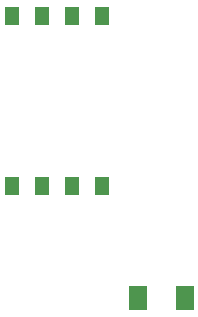
<source format=gbp>
G04 Layer_Color=128*
%FSAX44Y44*%
%MOMM*%
G71*
G01*
G75*
%ADD33R,1.5000X2.0000*%
%ADD34R,1.3000X1.5000*%
D33*
X00931264Y00765219D02*
D03*
X00971264D02*
D03*
D34*
X00850464Y00859718D02*
D03*
X00875864D02*
D03*
X00901264D02*
D03*
X00825064D02*
D03*
X00901264Y01003718D02*
D03*
X00875864D02*
D03*
X00850464D02*
D03*
X00825064D02*
D03*
M02*

</source>
